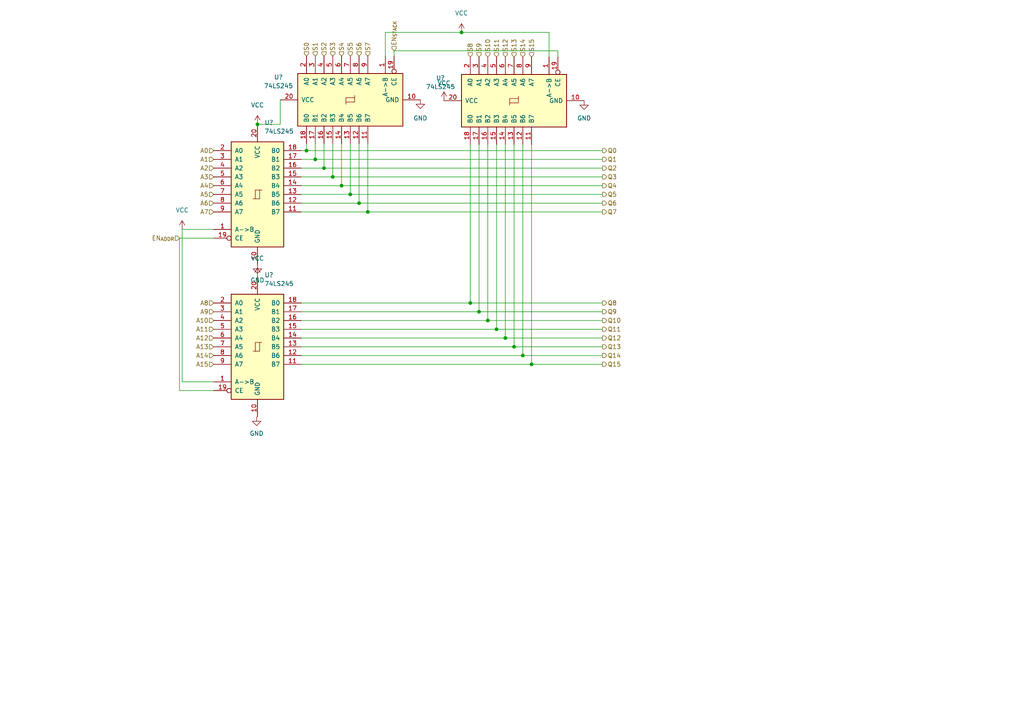
<source format=kicad_sch>
(kicad_sch (version 20211123) (generator eeschema)
  (paper "A4")
  (lib_symbols
    (symbol "74xx:74LS245" (pin_names (offset 1.016))
      (property "Reference" "U" (at -7.62 16.51 0))
      (property "Value" "74LS245" (at -7.62 -16.51 0))
      (symbol "74LS245_1_0"
        (polyline (pts (xy -0.635 -1.27) (xy -0.635 1.27) (xy 0.635 1.27)))
        (polyline (pts (xy -1.27 -1.27) (xy 0.635 -1.27) (xy 0.635 1.27) (xy 1.27 1.27)))
        (pin input line (at -12.7 -10.16 0) (length 5.08) (name "A->B") (number "1"))
        (pin power_in line (at 0 -20.32 90) (length 5.08) (name "GND") (number "10"))
        (pin tri_state line (at 12.7 -5.08 180) (length 5.08) (name "B7") (number "11"))
        (pin tri_state line (at 12.7 -2.54 180) (length 5.08) (name "B6") (number "12"))
        (pin tri_state line (at 12.7 0 180) (length 5.08) (name "B5") (number "13"))
        (pin tri_state line (at 12.7 2.54 180) (length 5.08) (name "B4") (number "14"))
        (pin tri_state line (at 12.7 5.08 180) (length 5.08) (name "B3") (number "15"))
        (pin tri_state line (at 12.7 7.62 180) (length 5.08) (name "B2") (number "16"))
        (pin tri_state line (at 12.7 10.16 180) (length 5.08) (name "B1") (number "17"))
        (pin tri_state line (at 12.7 12.7 180) (length 5.08) (name "B0") (number "18"))
        (pin input inverted (at -12.7 -12.7 0) (length 5.08) (name "CE") (number "19"))
        (pin tri_state line (at -12.7 12.7 0) (length 5.08) (name "A0") (number "2"))
        (pin power_in line (at 0 20.32 270) (length 5.08) (name "VCC") (number "20"))
        (pin tri_state line (at -12.7 10.16 0) (length 5.08) (name "A1") (number "3"))
        (pin tri_state line (at -12.7 7.62 0) (length 5.08) (name "A2") (number "4"))
        (pin tri_state line (at -12.7 5.08 0) (length 5.08) (name "A3") (number "5"))
        (pin tri_state line (at -12.7 2.54 0) (length 5.08) (name "A4") (number "6"))
        (pin tri_state line (at -12.7 0 0) (length 5.08) (name "A5") (number "7"))
        (pin tri_state line (at -12.7 -2.54 0) (length 5.08) (name "A6") (number "8"))
        (pin tri_state line (at -12.7 -5.08 0) (length 5.08) (name "A7") (number "9"))
      )
      (symbol "74LS245_1_1"
        (rectangle (start -7.62 15.24) (end 7.62 -15.24) (stroke (width 0.254)) (fill (type background)))
      )
    )
    (symbol "power:GND" (power) (pin_names (offset 0))
      (property "Value" "GND" (at 0 -3.81 0))
      (symbol "GND_0_1"
        (polyline (pts (xy 0 0) (xy 0 -1.27) (xy 1.27 -1.27) (xy 0 -2.54) (xy -1.27 -1.27) (xy 0 -1.27)))
      )
      (symbol "GND_1_1"
        (pin power_in line (at 0 0 270) (length 0) hide (name "GND") (number "1"))
      )
    )
    (symbol "power:VCC" (power) (pin_names (offset 0))
      (property "Value" "VCC" (at 0 3.81 0))
      (symbol "VCC_0_1"
        (polyline (pts (xy -0.762 1.27) (xy 0 2.54)))
        (polyline (pts (xy 0 0) (xy 0 2.54)))
        (polyline (pts (xy 0 2.54) (xy 0.762 1.27)))
      )
      (symbol "VCC_1_1"
        (pin power_in line (at 0 0 90) (length 0) hide (name "VCC") (number "1"))
      )
    )
  )
  (junction (at 101.6 56.388))
  (junction (at 88.9 43.688))
  (junction (at 96.52 51.308))
  (junction (at 104.14 58.928))
  (junction (at 136.398 87.884))
  (junction (at 91.44 46.228))
  (junction (at 133.858 9.398))
  (junction (at 106.68 61.468))
  (junction (at 99.06 53.848))
  (junction (at 141.478 92.964))
  (junction (at 74.676 36.068))
  (junction (at 149.098 100.584))
  (junction (at 151.638 103.124))
  (junction (at 146.558 98.044))
  (junction (at 144.018 95.504))
  (junction (at 154.178 105.664))
  (junction (at 138.938 90.424))
  (junction (at 93.98 48.768))
  (wire (pts (xy 104.14 41.656) (xy 104.14 58.928)))
  (wire (pts (xy 87.376 56.388) (xy 101.6 56.388)))
  (wire (pts (xy 87.376 92.964) (xy 141.478 92.964)))
  (wire (pts (xy 61.976 110.744) (xy 52.832 110.744)))
  (wire (pts (xy 93.98 41.656) (xy 93.98 48.768)))
  (wire (pts (xy 91.44 46.228) (xy 91.44 41.656)))
  (wire (pts (xy 111.76 16.256) (xy 111.76 9.398)))
  (wire (pts (xy 87.376 43.688) (xy 88.9 43.688)))
  (wire (pts (xy 87.376 100.584) (xy 149.098 100.584)))
  (wire (pts (xy 52.832 66.548) (xy 61.976 66.548)))
  (wire (pts (xy 101.6 41.656) (xy 101.6 56.388)))
  (wire (pts (xy 161.798 14.732) (xy 161.798 16.51)))
  (wire (pts (xy 52.07 113.284) (xy 52.07 69.088)))
  (wire (pts (xy 88.9 43.688) (xy 88.9 41.656)))
  (wire (pts (xy 141.478 41.91) (xy 141.478 92.964)))
  (wire (pts (xy 96.52 41.656) (xy 96.52 51.308)))
  (wire (pts (xy 138.938 41.91) (xy 138.938 90.424)))
  (wire (pts (xy 144.018 95.504) (xy 174.752 95.504)))
  (wire (pts (xy 93.98 48.768) (xy 174.752 48.768)))
  (wire (pts (xy 87.376 98.044) (xy 146.558 98.044)))
  (wire (pts (xy 106.68 41.656) (xy 106.68 61.468)))
  (wire (pts (xy 87.376 103.124) (xy 151.638 103.124)))
  (wire (pts (xy 87.376 53.848) (xy 99.06 53.848)))
  (wire (pts (xy 87.376 105.664) (xy 154.178 105.664)))
  (wire (pts (xy 146.558 41.91) (xy 146.558 98.044)))
  (wire (pts (xy 87.376 46.228) (xy 91.44 46.228)))
  (wire (pts (xy 96.52 51.308) (xy 174.752 51.308)))
  (wire (pts (xy 136.398 87.884) (xy 174.752 87.884)))
  (wire (pts (xy 141.478 92.964) (xy 174.752 92.964)))
  (wire (pts (xy 154.178 105.664) (xy 174.752 105.664)))
  (wire (pts (xy 81.28 36.068) (xy 81.28 28.956)))
  (wire (pts (xy 87.376 61.468) (xy 106.68 61.468)))
  (wire (pts (xy 106.68 61.468) (xy 174.752 61.468)))
  (wire (pts (xy 99.06 53.848) (xy 174.752 53.848)))
  (wire (pts (xy 101.6 56.388) (xy 174.752 56.388)))
  (wire (pts (xy 87.376 87.884) (xy 136.398 87.884)))
  (wire (pts (xy 136.398 41.91) (xy 136.398 87.884)))
  (wire (pts (xy 61.976 113.284) (xy 52.07 113.284)))
  (wire (pts (xy 149.098 41.91) (xy 149.098 100.584)))
  (wire (pts (xy 99.06 41.656) (xy 99.06 53.848)))
  (wire (pts (xy 159.258 9.398) (xy 159.258 16.51)))
  (wire (pts (xy 87.376 95.504) (xy 144.018 95.504)))
  (wire (pts (xy 151.638 41.91) (xy 151.638 103.124)))
  (wire (pts (xy 91.44 46.228) (xy 174.752 46.228)))
  (wire (pts (xy 52.832 110.744) (xy 52.832 66.548)))
  (wire (pts (xy 114.3 14.732) (xy 161.798 14.732)))
  (wire (pts (xy 138.938 90.424) (xy 174.752 90.424)))
  (wire (pts (xy 151.638 103.124) (xy 174.752 103.124)))
  (wire (pts (xy 104.14 58.928) (xy 174.752 58.928)))
  (wire (pts (xy 111.76 9.398) (xy 133.858 9.398)))
  (wire (pts (xy 87.376 51.308) (xy 96.52 51.308)))
  (wire (pts (xy 87.376 90.424) (xy 138.938 90.424)))
  (wire (pts (xy 88.9 43.688) (xy 174.752 43.688)))
  (wire (pts (xy 74.676 36.068) (xy 81.28 36.068)))
  (wire (pts (xy 52.07 69.088) (xy 61.976 69.088)))
  (wire (pts (xy 144.018 41.91) (xy 144.018 95.504)))
  (wire (pts (xy 133.858 9.398) (xy 159.258 9.398)))
  (wire (pts (xy 154.178 41.91) (xy 154.178 105.664)))
  (wire (pts (xy 146.558 98.044) (xy 174.752 98.044)))
  (wire (pts (xy 87.376 58.928) (xy 104.14 58.928)))
  (wire (pts (xy 87.376 48.768) (xy 93.98 48.768)))
  (wire (pts (xy 114.3 16.256) (xy 114.3 14.732)))
  (wire (pts (xy 149.098 100.584) (xy 174.752 100.584)))
  (hierarchical_label "S14" (shape input) (at 151.638 16.51 90))
  (hierarchical_label "A15" (shape input) (at 61.976 105.664 180))
  (hierarchical_label "A11" (shape input) (at 61.976 95.504 180))
  (hierarchical_label "A8" (shape input) (at 61.976 87.884 180))
  (hierarchical_label "Q2" (shape output) (at 174.752 48.768 0))
  (hierarchical_label "A9" (shape input) (at 61.976 90.424 180))
  (hierarchical_label "Q14" (shape output) (at 174.752 103.124 0))
  (hierarchical_label "S5" (shape input) (at 101.6 16.256 90))
  (hierarchical_label "S11" (shape input) (at 144.018 16.51 90))
  (hierarchical_label "Q15" (shape output) (at 174.752 105.664 0))
  (hierarchical_label "A12" (shape input) (at 61.976 98.044 180))
  (hierarchical_label "Q13" (shape output) (at 174.752 100.584 0))
  (hierarchical_label "Q9" (shape output) (at 174.752 90.424 0))
  (hierarchical_label "S7" (shape input) (at 106.68 16.256 90))
  (hierarchical_label "S13" (shape input) (at 149.098 16.51 90))
  (hierarchical_label "A13" (shape input) (at 61.976 100.584 180))
  (hierarchical_label "Q6" (shape output) (at 174.752 58.928 0))
  (hierarchical_label "A6" (shape input) (at 61.976 58.928 180))
  (hierarchical_label "A5" (shape input) (at 61.976 56.388 180))
  (hierarchical_label "S10" (shape input) (at 141.478 16.51 90))
  (hierarchical_label "Q12" (shape output) (at 174.752 98.044 0))
  (hierarchical_label "S8" (shape input) (at 136.398 16.51 90))
  (hierarchical_label "A0" (shape input) (at 61.976 43.688 180))
  (hierarchical_label "EN_{ADDR}" (shape input) (at 52.07 69.088 180))
  (hierarchical_label "Q3" (shape output) (at 174.752 51.308 0))
  (hierarchical_label "A4" (shape input) (at 61.976 53.848 180))
  (hierarchical_label "Q0" (shape output) (at 174.752 43.688 0))
  (hierarchical_label "A1" (shape input) (at 61.976 46.228 180))
  (hierarchical_label "S2" (shape input) (at 93.98 16.256 90))
  (hierarchical_label "Q11" (shape output) (at 174.752 95.504 0))
  (hierarchical_label "A2" (shape input) (at 61.976 48.768 180))
  (hierarchical_label "A10" (shape input) (at 61.976 92.964 180))
  (hierarchical_label "Q5" (shape output) (at 174.752 56.388 0))
  (hierarchical_label "A7" (shape input) (at 61.976 61.468 180))
  (hierarchical_label "Q4" (shape output) (at 174.752 53.848 0))
  (hierarchical_label "S12" (shape input) (at 146.558 16.51 90))
  (hierarchical_label "Q10" (shape output) (at 174.752 92.964 0))
  (hierarchical_label "S3" (shape input) (at 96.52 16.256 90))
  (hierarchical_label "EN_{STACK}" (shape input) (at 114.3 14.732 90))
  (hierarchical_label "S0" (shape input) (at 88.9 16.256 90))
  (hierarchical_label "S15" (shape input) (at 154.178 16.51 90))
  (hierarchical_label "Q8" (shape output) (at 174.752 87.884 0))
  (hierarchical_label "Q1" (shape output) (at 174.752 46.228 0))
  (hierarchical_label "A14" (shape input) (at 61.976 103.124 180))
  (hierarchical_label "S6" (shape input) (at 104.14 16.256 90))
  (hierarchical_label "A3" (shape input) (at 61.976 51.308 180))
  (hierarchical_label "Q7" (shape output) (at 174.752 61.468 0))
  (hierarchical_label "S4" (shape input) (at 99.06 16.256 90))
  (hierarchical_label "S9" (shape input) (at 138.938 16.51 90))
  (hierarchical_label "S1" (shape input) (at 91.44 16.256 90))
  (symbol (lib_id "74xx:74LS245") (at 74.676 56.388 0) (unit 1)
    (property "Reference" "U?" (at 76.6954 35.56 0) (effects (justify left)))
    (property "Value" "74LS245" (at 76.6954 38.1 0) (effects (justify left)))
    (property "Datasheet" "http://www.ti.com/lit/gpn/sn74LS245" (effects hide))
  )
  (symbol (lib_id "74xx:74LS245") (at 74.676 100.584 0) (unit 1)
    (property "Reference" "U?" (at 76.6954 79.756 0) (effects (justify left)))
    (property "Value" "74LS245" (at 76.6954 82.296 0) (effects (justify left)))
    (property "Datasheet" "http://www.ti.com/lit/gpn/sn74LS245" (effects hide))
  )
  (symbol (lib_id "power:VCC") (at 74.676 36.068 0) (unit 1)
    (property "Reference" "#PWR?" (effects hide))
    (property "Value" "VCC" (at 74.676 30.48 0))
  )
  (symbol (lib_id "power:VCC") (at 133.858 9.398 0) (unit 1)
    (property "Reference" "#PWR?" (effects hide))
    (property "Value" "VCC" (at 133.858 3.81 0))
  )
  (symbol (lib_id "power:VCC") (at 128.778 29.21 0) (unit 1)
    (property "Reference" "#PWR?" (effects hide))
    (property "Value" "VCC" (at 128.778 24.13 0))
  )
  (symbol (lib_id "74xx:74LS245") (at 149.098 29.21 90) (mirror x) (unit 1)
    (property "Reference" "U?" (at 127.762 22.6312 90))
    (property "Value" "74LS245" (at 127.762 25.1712 90))
    (property "Datasheet" "http://www.ti.com/lit/gpn/sn74LS245" (effects hide))
  )
  (symbol (lib_id "power:GND") (at 169.418 29.21 0) (unit 1)
    (property "Reference" "#PWR?" (effects hide))
    (property "Value" "GND" (at 169.418 34.29 0))
  )
  (symbol (lib_id "power:GND") (at 74.422 120.904 0) (unit 1)
    (property "Reference" "#PWR?" (effects hide))
    (property "Value" "GND" (at 74.422 125.73 0))
  )
  (symbol (lib_id "power:VCC") (at 74.676 80.264 0) (unit 1)
    (property "Reference" "#PWR?" (effects hide))
    (property "Value" "VCC" (at 74.676 74.93 0))
  )
  (symbol (lib_id "power:VCC") (at 52.832 66.548 0) (unit 1)
    (property "Reference" "#PWR?" (effects hide))
    (property "Value" "VCC" (at 52.832 60.96 0))
  )
  (symbol (lib_id "74xx:74LS245") (at 101.6 28.956 90) (mirror x) (unit 1)
    (property "Reference" "U?" (at 80.772 22.3772 90))
    (property "Value" "74LS245" (at 80.772 24.9172 90))
    (property "Datasheet" "http://www.ti.com/lit/gpn/sn74LS245" (effects hide))
  )
  (symbol (lib_id "power:GND") (at 74.676 76.708 0) (unit 1)
    (property "Reference" "#PWR?" (effects hide))
    (property "Value" "GND" (at 74.676 81.28 0))
  )
  (symbol (lib_id "power:GND") (at 121.92 28.956 0) (unit 1)
    (property "Reference" "#PWR?" (effects hide))
    (property "Value" "GND" (at 121.92 34.29 0))
  )
)
</source>
